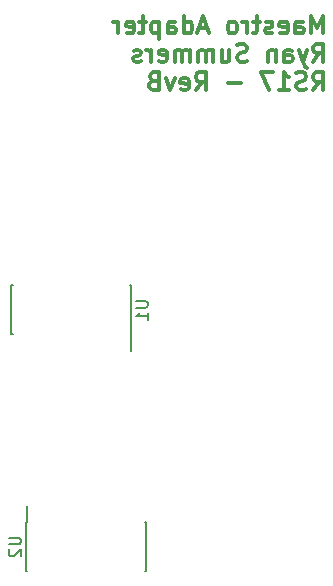
<source format=gbr>
G04 #@! TF.FileFunction,Legend,Bot*
%FSLAX46Y46*%
G04 Gerber Fmt 4.6, Leading zero omitted, Abs format (unit mm)*
G04 Created by KiCad (PCBNEW 4.0.2+dfsg1-stable) date Wed 09 May 2018 11:30:02 PM PDT*
%MOMM*%
G01*
G04 APERTURE LIST*
%ADD10C,0.100000*%
%ADD11C,0.300000*%
%ADD12C,0.150000*%
G04 APERTURE END LIST*
D10*
D11*
X183043557Y-64750371D02*
X183043557Y-63250371D01*
X182543557Y-64321800D01*
X182043557Y-63250371D01*
X182043557Y-64750371D01*
X180686414Y-64750371D02*
X180686414Y-63964657D01*
X180757843Y-63821800D01*
X180900700Y-63750371D01*
X181186414Y-63750371D01*
X181329271Y-63821800D01*
X180686414Y-64678943D02*
X180829271Y-64750371D01*
X181186414Y-64750371D01*
X181329271Y-64678943D01*
X181400700Y-64536086D01*
X181400700Y-64393229D01*
X181329271Y-64250371D01*
X181186414Y-64178943D01*
X180829271Y-64178943D01*
X180686414Y-64107514D01*
X179400700Y-64678943D02*
X179543557Y-64750371D01*
X179829271Y-64750371D01*
X179972128Y-64678943D01*
X180043557Y-64536086D01*
X180043557Y-63964657D01*
X179972128Y-63821800D01*
X179829271Y-63750371D01*
X179543557Y-63750371D01*
X179400700Y-63821800D01*
X179329271Y-63964657D01*
X179329271Y-64107514D01*
X180043557Y-64250371D01*
X178757843Y-64678943D02*
X178614986Y-64750371D01*
X178329271Y-64750371D01*
X178186414Y-64678943D01*
X178114986Y-64536086D01*
X178114986Y-64464657D01*
X178186414Y-64321800D01*
X178329271Y-64250371D01*
X178543557Y-64250371D01*
X178686414Y-64178943D01*
X178757843Y-64036086D01*
X178757843Y-63964657D01*
X178686414Y-63821800D01*
X178543557Y-63750371D01*
X178329271Y-63750371D01*
X178186414Y-63821800D01*
X177686414Y-63750371D02*
X177114985Y-63750371D01*
X177472128Y-63250371D02*
X177472128Y-64536086D01*
X177400700Y-64678943D01*
X177257842Y-64750371D01*
X177114985Y-64750371D01*
X176614985Y-64750371D02*
X176614985Y-63750371D01*
X176614985Y-64036086D02*
X176543557Y-63893229D01*
X176472128Y-63821800D01*
X176329271Y-63750371D01*
X176186414Y-63750371D01*
X175472128Y-64750371D02*
X175614986Y-64678943D01*
X175686414Y-64607514D01*
X175757843Y-64464657D01*
X175757843Y-64036086D01*
X175686414Y-63893229D01*
X175614986Y-63821800D01*
X175472128Y-63750371D01*
X175257843Y-63750371D01*
X175114986Y-63821800D01*
X175043557Y-63893229D01*
X174972128Y-64036086D01*
X174972128Y-64464657D01*
X175043557Y-64607514D01*
X175114986Y-64678943D01*
X175257843Y-64750371D01*
X175472128Y-64750371D01*
X173257843Y-64321800D02*
X172543557Y-64321800D01*
X173400700Y-64750371D02*
X172900700Y-63250371D01*
X172400700Y-64750371D01*
X171257843Y-64750371D02*
X171257843Y-63250371D01*
X171257843Y-64678943D02*
X171400700Y-64750371D01*
X171686414Y-64750371D01*
X171829272Y-64678943D01*
X171900700Y-64607514D01*
X171972129Y-64464657D01*
X171972129Y-64036086D01*
X171900700Y-63893229D01*
X171829272Y-63821800D01*
X171686414Y-63750371D01*
X171400700Y-63750371D01*
X171257843Y-63821800D01*
X169900700Y-64750371D02*
X169900700Y-63964657D01*
X169972129Y-63821800D01*
X170114986Y-63750371D01*
X170400700Y-63750371D01*
X170543557Y-63821800D01*
X169900700Y-64678943D02*
X170043557Y-64750371D01*
X170400700Y-64750371D01*
X170543557Y-64678943D01*
X170614986Y-64536086D01*
X170614986Y-64393229D01*
X170543557Y-64250371D01*
X170400700Y-64178943D01*
X170043557Y-64178943D01*
X169900700Y-64107514D01*
X169186414Y-63750371D02*
X169186414Y-65250371D01*
X169186414Y-63821800D02*
X169043557Y-63750371D01*
X168757843Y-63750371D01*
X168614986Y-63821800D01*
X168543557Y-63893229D01*
X168472128Y-64036086D01*
X168472128Y-64464657D01*
X168543557Y-64607514D01*
X168614986Y-64678943D01*
X168757843Y-64750371D01*
X169043557Y-64750371D01*
X169186414Y-64678943D01*
X168043557Y-63750371D02*
X167472128Y-63750371D01*
X167829271Y-63250371D02*
X167829271Y-64536086D01*
X167757843Y-64678943D01*
X167614985Y-64750371D01*
X167472128Y-64750371D01*
X166400700Y-64678943D02*
X166543557Y-64750371D01*
X166829271Y-64750371D01*
X166972128Y-64678943D01*
X167043557Y-64536086D01*
X167043557Y-63964657D01*
X166972128Y-63821800D01*
X166829271Y-63750371D01*
X166543557Y-63750371D01*
X166400700Y-63821800D01*
X166329271Y-63964657D01*
X166329271Y-64107514D01*
X167043557Y-64250371D01*
X165686414Y-64750371D02*
X165686414Y-63750371D01*
X165686414Y-64036086D02*
X165614986Y-63893229D01*
X165543557Y-63821800D01*
X165400700Y-63750371D01*
X165257843Y-63750371D01*
X182186414Y-67150371D02*
X182686414Y-66436086D01*
X183043557Y-67150371D02*
X183043557Y-65650371D01*
X182472129Y-65650371D01*
X182329271Y-65721800D01*
X182257843Y-65793229D01*
X182186414Y-65936086D01*
X182186414Y-66150371D01*
X182257843Y-66293229D01*
X182329271Y-66364657D01*
X182472129Y-66436086D01*
X183043557Y-66436086D01*
X181686414Y-66150371D02*
X181329271Y-67150371D01*
X180972129Y-66150371D02*
X181329271Y-67150371D01*
X181472129Y-67507514D01*
X181543557Y-67578943D01*
X181686414Y-67650371D01*
X179757843Y-67150371D02*
X179757843Y-66364657D01*
X179829272Y-66221800D01*
X179972129Y-66150371D01*
X180257843Y-66150371D01*
X180400700Y-66221800D01*
X179757843Y-67078943D02*
X179900700Y-67150371D01*
X180257843Y-67150371D01*
X180400700Y-67078943D01*
X180472129Y-66936086D01*
X180472129Y-66793229D01*
X180400700Y-66650371D01*
X180257843Y-66578943D01*
X179900700Y-66578943D01*
X179757843Y-66507514D01*
X179043557Y-66150371D02*
X179043557Y-67150371D01*
X179043557Y-66293229D02*
X178972129Y-66221800D01*
X178829271Y-66150371D01*
X178614986Y-66150371D01*
X178472129Y-66221800D01*
X178400700Y-66364657D01*
X178400700Y-67150371D01*
X176614986Y-67078943D02*
X176400700Y-67150371D01*
X176043557Y-67150371D01*
X175900700Y-67078943D01*
X175829271Y-67007514D01*
X175757843Y-66864657D01*
X175757843Y-66721800D01*
X175829271Y-66578943D01*
X175900700Y-66507514D01*
X176043557Y-66436086D01*
X176329271Y-66364657D01*
X176472129Y-66293229D01*
X176543557Y-66221800D01*
X176614986Y-66078943D01*
X176614986Y-65936086D01*
X176543557Y-65793229D01*
X176472129Y-65721800D01*
X176329271Y-65650371D01*
X175972129Y-65650371D01*
X175757843Y-65721800D01*
X174472129Y-66150371D02*
X174472129Y-67150371D01*
X175114986Y-66150371D02*
X175114986Y-66936086D01*
X175043558Y-67078943D01*
X174900700Y-67150371D01*
X174686415Y-67150371D01*
X174543558Y-67078943D01*
X174472129Y-67007514D01*
X173757843Y-67150371D02*
X173757843Y-66150371D01*
X173757843Y-66293229D02*
X173686415Y-66221800D01*
X173543557Y-66150371D01*
X173329272Y-66150371D01*
X173186415Y-66221800D01*
X173114986Y-66364657D01*
X173114986Y-67150371D01*
X173114986Y-66364657D02*
X173043557Y-66221800D01*
X172900700Y-66150371D01*
X172686415Y-66150371D01*
X172543557Y-66221800D01*
X172472129Y-66364657D01*
X172472129Y-67150371D01*
X171757843Y-67150371D02*
X171757843Y-66150371D01*
X171757843Y-66293229D02*
X171686415Y-66221800D01*
X171543557Y-66150371D01*
X171329272Y-66150371D01*
X171186415Y-66221800D01*
X171114986Y-66364657D01*
X171114986Y-67150371D01*
X171114986Y-66364657D02*
X171043557Y-66221800D01*
X170900700Y-66150371D01*
X170686415Y-66150371D01*
X170543557Y-66221800D01*
X170472129Y-66364657D01*
X170472129Y-67150371D01*
X169186415Y-67078943D02*
X169329272Y-67150371D01*
X169614986Y-67150371D01*
X169757843Y-67078943D01*
X169829272Y-66936086D01*
X169829272Y-66364657D01*
X169757843Y-66221800D01*
X169614986Y-66150371D01*
X169329272Y-66150371D01*
X169186415Y-66221800D01*
X169114986Y-66364657D01*
X169114986Y-66507514D01*
X169829272Y-66650371D01*
X168472129Y-67150371D02*
X168472129Y-66150371D01*
X168472129Y-66436086D02*
X168400701Y-66293229D01*
X168329272Y-66221800D01*
X168186415Y-66150371D01*
X168043558Y-66150371D01*
X167614987Y-67078943D02*
X167472130Y-67150371D01*
X167186415Y-67150371D01*
X167043558Y-67078943D01*
X166972130Y-66936086D01*
X166972130Y-66864657D01*
X167043558Y-66721800D01*
X167186415Y-66650371D01*
X167400701Y-66650371D01*
X167543558Y-66578943D01*
X167614987Y-66436086D01*
X167614987Y-66364657D01*
X167543558Y-66221800D01*
X167400701Y-66150371D01*
X167186415Y-66150371D01*
X167043558Y-66221800D01*
X182186414Y-69550371D02*
X182686414Y-68836086D01*
X183043557Y-69550371D02*
X183043557Y-68050371D01*
X182472129Y-68050371D01*
X182329271Y-68121800D01*
X182257843Y-68193229D01*
X182186414Y-68336086D01*
X182186414Y-68550371D01*
X182257843Y-68693229D01*
X182329271Y-68764657D01*
X182472129Y-68836086D01*
X183043557Y-68836086D01*
X181614986Y-69478943D02*
X181400700Y-69550371D01*
X181043557Y-69550371D01*
X180900700Y-69478943D01*
X180829271Y-69407514D01*
X180757843Y-69264657D01*
X180757843Y-69121800D01*
X180829271Y-68978943D01*
X180900700Y-68907514D01*
X181043557Y-68836086D01*
X181329271Y-68764657D01*
X181472129Y-68693229D01*
X181543557Y-68621800D01*
X181614986Y-68478943D01*
X181614986Y-68336086D01*
X181543557Y-68193229D01*
X181472129Y-68121800D01*
X181329271Y-68050371D01*
X180972129Y-68050371D01*
X180757843Y-68121800D01*
X179329272Y-69550371D02*
X180186415Y-69550371D01*
X179757843Y-69550371D02*
X179757843Y-68050371D01*
X179900700Y-68264657D01*
X180043558Y-68407514D01*
X180186415Y-68478943D01*
X178829272Y-68050371D02*
X177829272Y-68050371D01*
X178472129Y-69550371D01*
X176114987Y-68978943D02*
X174972130Y-68978943D01*
X172257844Y-69550371D02*
X172757844Y-68836086D01*
X173114987Y-69550371D02*
X173114987Y-68050371D01*
X172543559Y-68050371D01*
X172400701Y-68121800D01*
X172329273Y-68193229D01*
X172257844Y-68336086D01*
X172257844Y-68550371D01*
X172329273Y-68693229D01*
X172400701Y-68764657D01*
X172543559Y-68836086D01*
X173114987Y-68836086D01*
X171043559Y-69478943D02*
X171186416Y-69550371D01*
X171472130Y-69550371D01*
X171614987Y-69478943D01*
X171686416Y-69336086D01*
X171686416Y-68764657D01*
X171614987Y-68621800D01*
X171472130Y-68550371D01*
X171186416Y-68550371D01*
X171043559Y-68621800D01*
X170972130Y-68764657D01*
X170972130Y-68907514D01*
X171686416Y-69050371D01*
X170472130Y-68550371D02*
X170114987Y-69550371D01*
X169757845Y-68550371D01*
X168686416Y-68764657D02*
X168472130Y-68836086D01*
X168400702Y-68907514D01*
X168329273Y-69050371D01*
X168329273Y-69264657D01*
X168400702Y-69407514D01*
X168472130Y-69478943D01*
X168614988Y-69550371D01*
X169186416Y-69550371D01*
X169186416Y-68050371D01*
X168686416Y-68050371D01*
X168543559Y-68121800D01*
X168472130Y-68193229D01*
X168400702Y-68336086D01*
X168400702Y-68478943D01*
X168472130Y-68621800D01*
X168543559Y-68693229D01*
X168686416Y-68764657D01*
X169186416Y-68764657D01*
D12*
X166812040Y-90238400D02*
X166787040Y-90238400D01*
X166812040Y-86088400D02*
X166707040Y-86088400D01*
X156662040Y-86088400D02*
X156767040Y-86088400D01*
X156662040Y-90238400D02*
X156767040Y-90238400D01*
X166812040Y-90238400D02*
X166812040Y-86088400D01*
X156662040Y-90238400D02*
X156662040Y-86088400D01*
X166787040Y-90238400D02*
X166787040Y-91613400D01*
X157909180Y-106129020D02*
X157934180Y-106129020D01*
X157909180Y-110279020D02*
X158014180Y-110279020D01*
X168059180Y-110279020D02*
X167954180Y-110279020D01*
X168059180Y-106129020D02*
X167954180Y-106129020D01*
X157909180Y-106129020D02*
X157909180Y-110279020D01*
X168059180Y-106129020D02*
X168059180Y-110279020D01*
X157934180Y-106129020D02*
X157934180Y-104754020D01*
X167189421Y-87401495D02*
X167998945Y-87401495D01*
X168094183Y-87449114D01*
X168141802Y-87496733D01*
X168189421Y-87591971D01*
X168189421Y-87782448D01*
X168141802Y-87877686D01*
X168094183Y-87925305D01*
X167998945Y-87972924D01*
X167189421Y-87972924D01*
X168189421Y-88972924D02*
X168189421Y-88401495D01*
X168189421Y-88687209D02*
X167189421Y-88687209D01*
X167332278Y-88591971D01*
X167427516Y-88496733D01*
X167475135Y-88401495D01*
X156436561Y-107442115D02*
X157246085Y-107442115D01*
X157341323Y-107489734D01*
X157388942Y-107537353D01*
X157436561Y-107632591D01*
X157436561Y-107823068D01*
X157388942Y-107918306D01*
X157341323Y-107965925D01*
X157246085Y-108013544D01*
X156436561Y-108013544D01*
X156531799Y-108442115D02*
X156484180Y-108489734D01*
X156436561Y-108584972D01*
X156436561Y-108823068D01*
X156484180Y-108918306D01*
X156531799Y-108965925D01*
X156627037Y-109013544D01*
X156722275Y-109013544D01*
X156865132Y-108965925D01*
X157436561Y-108394496D01*
X157436561Y-109013544D01*
M02*

</source>
